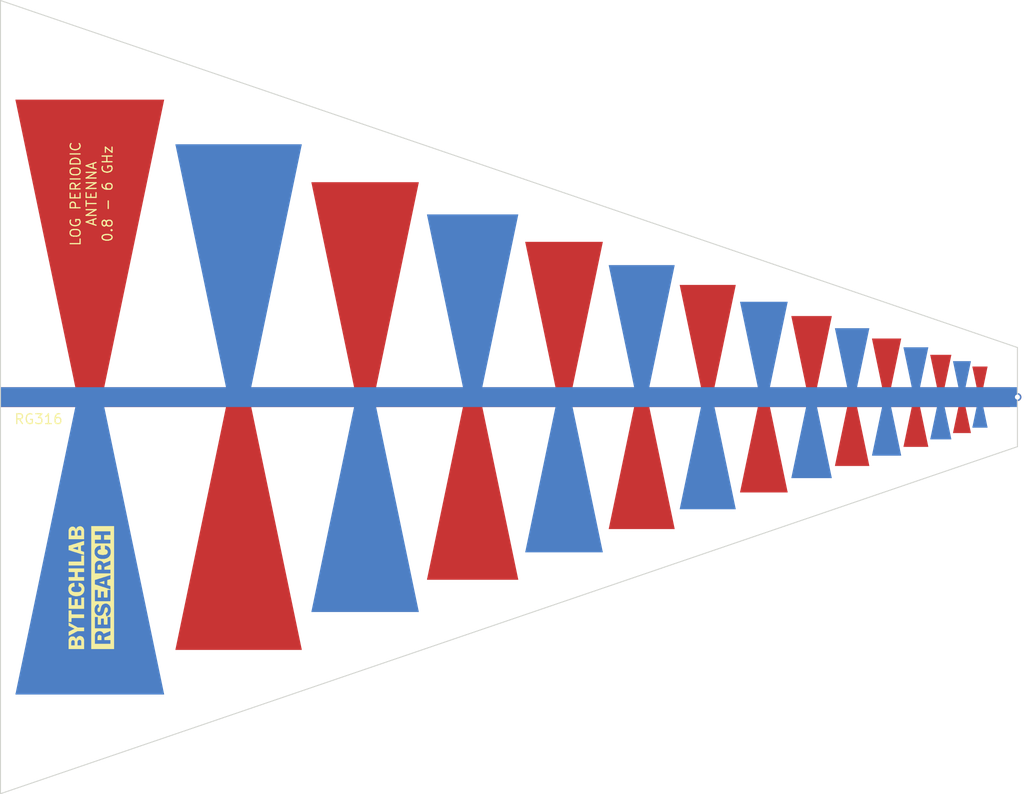
<source format=kicad_pcb>
(kicad_pcb (version 20241229) (generator "pcbnew") (generator_version "9.0")
  (layers (0 "F.Cu" signal "Top Layer") (2 "B.Cu" signal "Bottom Layer") (13 "F.Paste" user "Top Paste") (15 "B.Paste" user "Bottom Paste") (5 "F.SilkS" user "Top Overlay") (7 "B.SilkS" user "Bottom Overlay") (1 "F.Mask" user "Top Solder") (3 "B.Mask" user "Bottom Solder") (25 "Edge.Cuts" user))
  (property "AUTHOR" "Andrzej Laczewski")
  (property "PROJECT_NAME" "PCB Log Periodic Antenna (0.8-6 GHz)")
  (net 0 "")
  (footprint "MountingHole:MountingHole_3.2mm_M3" (layer "F.Cu") (at 219 186 90)
    (property "Reference" "REF**" (hide yes))
    (property "Value" "MountingHole_3.2mm_M3" (hide yes))
    (pad "" np_thru_hole circle (at 0 0 90) (size 3.2 3.2) (drill 3.2) (layers "*.Cu" "*.Mask"))
  )
  (footprint "MountingHole:MountingHole_3.2mm_M3" (layer "F.Cu") (at 119.5 220 90)
    (property "Reference" "REF**" (hide yes))
    (property "Value" "MountingHole_3.2mm_M3" (hide yes))
    (pad "" np_thru_hole circle (at 0 0 90) (size 3.2 3.2) (drill 3.2) (layers "*.Cu" "*.Mask"))
  )
  (footprint "MountingHole:MountingHole_3.2mm_M3" (layer "F.Cu") (at 317.75 152.5 90)
    (property "Reference" "REF**" (hide yes))
    (property "Value" "MountingHole_3.2mm_M3" (hide yes))
    (pad "" np_thru_hole circle (at 0 0 90) (size 3.2 3.2) (drill 3.2) (layers "*.Cu" "*.Mask"))
  )
  (footprint "MountingHole:MountingHole_3.2mm_M3" (layer "F.Cu") (at 119.5 69.5 90)
    (property "Reference" "REF**" (hide yes))
    (property "Value" "MountingHole_3.2mm_M3" (hide yes))
    (pad "" np_thru_hole circle (at 0 0 90) (size 3.2 3.2) (drill 3.2) (layers "*.Cu" "*.Mask"))
  )
  (footprint "MountingHole:MountingHole_3.2mm_M3" (layer "F.Cu") (at 219 103.5 90)
    (property "Reference" "REF**" (hide yes))
    (property "Value" "MountingHole_3.2mm_M3" (hide yes))
    (pad "" np_thru_hole circle (at 0 0 90) (size 3.2 3.2) (drill 3.2) (layers "*.Cu" "*.Mask"))
  )
  (footprint "MountingHole:MountingHole_3.2mm_M3" (layer "F.Cu") (at 317.75 137 90)
    (property "Reference" "REF**" (hide yes))
    (property "Value" "MountingHole_3.2mm_M3" (hide yes))
    (pad "" np_thru_hole circle (at 0 0 90) (size 3.2 3.2) (drill 3.2) (layers "*.Cu" "*.Mask"))
  )
  (gr_poly (pts (xy 227.960401 142.75) (xy 221.85199 113.429625) (xy 237.512177 113.429625) (xy 231.403766 142.75) (xy 257.29389 142.75) (xy 252.996188 122.121029) (xy 264.310673 122.121029) (xy 260.012971 142.75) (xy 278.487336 142.75) (xy 275.497871 128.400568) (xy 283.672587 128.400568) (xy 280.683122 142.75) (xy 293.7996 142.75) (xy 291.755337 132.937536) (xy 297.661569 132.937536) (xy 295.617305 142.75) (xy 304.862711 142.75) (xy 303.501356 136.215495) (xy 307.768609 136.215495) (xy 306.407253 142.75) (xy 312.855809 142.75) (xy 311.987855 138.58382) (xy 315.070945 138.58382) (xy 314.202991 142.75) (xy 319.583334 142.75) (xy 319.583334 146.75) (xy 310.621165 146.75) (xy 311.715817 152.00433) (xy 308.088653 152.00433) (xy 309.183305 146.75) (xy 301.44971 146.75) (xy 303.124834 154.790595) (xy 298.104536 154.790595) (xy 299.77966 146.75) (xy 288.755653 146.75) (xy 291.234199 158.647017) (xy 284.28569 158.647017) (xy 286.764235 146.75) (xy 271.186025 146.75) (xy 274.776572 163.984625) (xy 265.15926 163.984625) (xy 268.749807 146.75) (xy 246.868201 146.75) (xy 251.997851 171.372319) (xy 238.686691 171.372319) (xy 243.816341 146.75) (xy 213.210313 146.75) (xy 220.470209 181.5975) (xy 202.046459 181.5975) (xy 209.306355 146.75) (xy 166.625 146.75) (xy 176.833334 195.75) (xy 151.333334 195.75) (xy 161.541667 146.75) (xy 116.083334 146.75) (xy 116.083334 142.75) (xy 131.166667 142.75) (xy 119.083334 84.75) (xy 149.083334 84.75) (xy 137 142.75) (xy 187.360417 142.75) (xy 178.745834 101.4) (xy 200.420834 101.4) (xy 191.80625 142.75)) (fill yes) (layer "F.Cu"))
  (gr_poly (pts (xy 311.987855 150.91618) (xy 315.070945 150.91618) (xy 314.202991 146.75) (xy 321.083334 146.75) (xy 321.083334 145.204833) (xy 320.991686 145.197662) (xy 320.903219 145.172317) (xy 320.862399 145.153713) (xy 320.805476 145.11872) (xy 320.754116 145.075443) (xy 320.723186 145.042054) (xy 320.653317 144.928866) (xy 320.625878 144.841306) (xy 320.616593 144.75) (xy 320.625953 144.658877) (xy 320.653296 144.571425) (xy 320.672722 144.531386) (xy 320.709343 144.474998) (xy 320.754101 144.424542) (xy 320.79225 144.391316) (xy 320.903632 144.327378) (xy 320.991919 144.30232) (xy 321.083334 144.295269) (xy 321.083334 142.75) (xy 310.621166 142.75) (xy 311.715818 137.49567) (xy 308.088653 137.49567) (xy 309.183305 142.75) (xy 301.44971 142.75) (xy 303.124834 134.709405) (xy 298.104537 134.709405) (xy 299.77966 142.75) (xy 288.755654 142.75) (xy 291.234199 130.852983) (xy 284.285691 130.852983) (xy 286.764236 142.75) (xy 271.186026 142.75) (xy 274.776573 125.515375) (xy 265.15926 125.515375) (xy 268.749807 142.75) (xy 246.868201 142.75) (xy 251.997851 118.127681) (xy 238.686692 118.127681) (xy 243.816342 142.75) (xy 213.210313 142.75) (xy 220.470209 107.9025) (xy 202.046459 107.9025) (xy 209.306355 142.75) (xy 166.625001 142.75) (xy 176.833334 93.75) (xy 151.333334 93.75) (xy 161.541667 142.75) (xy 116.083334 142.75) (xy 116.083334 146.75) (xy 131.166667 146.75) (xy 119.083334 204.75) (xy 149.083334 204.75) (xy 137.000001 146.75) (xy 187.360417 146.75) (xy 178.745834 188.1) (xy 200.420834 188.1) (xy 191.806251 146.75) (xy 227.960402 146.75) (xy 221.85199 176.070375) (xy 237.512178 176.070375) (xy 231.403766 146.75) (xy 257.29389 146.75) (xy 252.996188 167.378971) (xy 264.310674 167.378971) (xy 260.012971 146.75) (xy 278.487336 146.75) (xy 275.497871 161.099432) (xy 283.672587 161.099432) (xy 280.683122 146.75) (xy 293.7996 146.75) (xy 291.755337 156.562464) (xy 297.661569 156.562464) (xy 295.617306 146.75) (xy 304.862712 146.75) (xy 303.501356 153.284505) (xy 307.768609 153.284505) (xy 306.407254 146.75) (xy 312.855809 146.75)) (fill yes) (layer "B.Cu"))
  (gr_poly (pts (xy 136.652 182.375) (xy 136.546 182.375) (xy 136.546 182.322) (xy 136.334 182.322) (xy 136.334 182.269) (xy 136.175 182.269) (xy 136.175 182.216) (xy 136.016 182.216) (xy 136.016 182.11) (xy 136.175 182.11) (xy 136.175 182.057) (xy 136.334 182.057) (xy 136.334 182.004) (xy 136.546 182.004) (xy 136.546 181.951) (xy 136.705 181.951) (xy 136.705 181.898) (xy 136.864 181.898) (xy 136.864 181.845) (xy 137.023 181.845) (xy 137.023 182.481) (xy 136.864 182.481) (xy 136.864 182.428) (xy 136.705 182.428) (xy 136.705 182.375)) (fill yes) (layer "F.SilkS"))
  (gr_poly (pts (xy 129.815 192.922) (xy 129.815 192.074) (xy 129.868 192.074) (xy 129.868 192.021) (xy 129.974 192.021) (xy 129.974 191.968) (xy 130.08 191.968) (xy 130.08 191.915) (xy 130.186 191.915) (xy 130.186 191.862) (xy 130.292 191.862) (xy 130.292 191.809) (xy 130.398 191.809) (xy 130.398 191.756) (xy 130.504 191.756) (xy 130.504 191.703) (xy 130.61 191.703) (xy 130.61 191.65) (xy 130.716 191.65) (xy 130.716 191.597) (xy 130.822 191.597) (xy 130.822 191.544) (xy 130.928 191.544) (xy 130.928 191.491) (xy 130.981 191.491) (xy 130.981 191.438) (xy 130.875 191.438) (xy 130.875 191.385) (xy 130.769 191.385) (xy 130.769 191.332) (xy 130.663 191.332) (xy 130.663 191.279) (xy 130.557 191.279) (xy 130.557 191.226) (xy 130.451 191.226) (xy 130.451 191.173) (xy 130.345 191.173) (xy 130.345 191.12) (xy 130.239 191.12) (xy 130.239 191.067) (xy 130.133 191.067) (xy 130.133 191.014) (xy 130.027 191.014) (xy 130.027 190.961) (xy 129.921 190.961) (xy 129.921 190.908) (xy 129.815 190.908) (xy 129.815 190.219) (xy 129.868 190.219) (xy 129.868 190.272) (xy 129.974 190.272) (xy 129.974 190.325) (xy 130.08 190.325) (xy 130.08 190.378) (xy 130.186 190.378) (xy 130.186 190.431) (xy 130.239 190.431) (xy 130.239 190.484) (xy 130.345 190.484) (xy 130.345 190.537) (xy 130.451 190.537) (xy 130.451 190.59) (xy 130.557 190.59) (xy 130.557 190.643) (xy 130.663 190.643) (xy 130.663 190.696) (xy 130.769 190.696) (xy 130.769 190.749) (xy 130.822 190.749) (xy 130.822 190.802) (xy 130.928 190.802) (xy 130.928 190.855) (xy 131.034 190.855) (xy 131.034 190.908) (xy 131.14 190.908) (xy 131.14 190.961) (xy 131.246 190.961) (xy 131.246 191.014) (xy 131.352 191.014) (xy 131.352 191.067) (xy 131.405 191.067) (xy 131.405 191.12) (xy 131.511 191.12) (xy 131.511 191.173) (xy 131.617 191.173) (xy 131.617 191.226) (xy 132.942 191.226) (xy 132.942 191.968) (xy 131.564 191.968) (xy 131.564 192.021) (xy 131.458 192.021) (xy 131.458 192.074) (xy 131.352 192.074) (xy 131.352 192.127) (xy 131.246 192.127) (xy 131.246 192.18) (xy 131.14 192.18) (xy 131.14 192.233) (xy 131.034 192.233) (xy 131.034 192.286) (xy 130.981 192.286) (xy 130.981 192.339) (xy 130.875 192.339) (xy 130.875 192.392) (xy 130.769 192.392) (xy 130.769 192.445) (xy 130.663 192.445) (xy 130.663 192.498) (xy 130.557 192.498) (xy 130.557 192.551) (xy 130.451 192.551) (xy 130.451 192.604) (xy 130.345 192.604) (xy 130.345 192.657) (xy 130.292 192.657) (xy 130.292 192.71) (xy 130.186 192.71) (xy 130.186 192.763) (xy 130.08 192.763) (xy 130.08 192.816) (xy 129.974 192.816) (xy 129.974 192.869) (xy 129.868 192.869) (xy 129.868 192.922)) (fill yes) (layer "F.SilkS"))
  (gr_poly (pts (xy 129.815 183.011) (xy 129.815 182.958) (xy 129.868 182.958) (xy 129.868 182.799) (xy 129.921 182.799) (xy 129.921 182.746) (xy 129.974 182.746) (xy 129.974 182.64) (xy 130.027 182.64) (xy 130.027 182.587) (xy 130.08 182.587) (xy 130.08 182.534) (xy 130.133 182.534) (xy 130.133 182.481) (xy 130.239 182.481) (xy 130.239 182.428) (xy 130.292 182.428) (xy 130.292 182.375) (xy 130.398 182.375) (xy 130.398 182.322) (xy 130.557 182.322) (xy 130.557 182.269) (xy 130.769 182.269) (xy 130.769 182.216) (xy 130.981 182.216) (xy 130.981 182.693) (xy 131.034 182.693) (xy 131.034 182.958) (xy 130.981 182.958) (xy 130.981 183.011) (xy 130.663 183.011) (xy 130.663 183.064) (xy 130.557 183.064) (xy 130.557 183.117) (xy 130.504 183.117) (xy 130.504 183.17) (xy 130.451 183.17) (xy 130.451 183.223) (xy 130.398 183.223) (xy 130.398 183.382) (xy 130.345 183.382) (xy 130.345 183.647) (xy 130.398 183.647) (xy 130.398 183.753) (xy 130.451 183.753) (xy 130.451 183.859) (xy 130.557 183.859) (xy 130.557 183.912) (xy 130.61 183.912) (xy 130.61 183.965) (xy 130.716 183.965) (xy 130.716 184.018) (xy 130.928 184.018) (xy 130.928 184.071) (xy 131.882 184.071) (xy 131.882 184.018) (xy 132.094 184.018) (xy 132.094 183.965) (xy 132.2 183.965) (xy 132.2 183.912) (xy 132.253 183.912) (xy 132.253 183.859) (xy 132.306 183.859) (xy 132.306 183.753) (xy 132.359 183.753) (xy 132.359 183.647) (xy 132.412 183.647) (xy 132.412 183.329) (xy 132.359 183.329) (xy 132.359 183.223) (xy 132.306 183.223) (xy 132.306 183.117) (xy 132.253 183.117) (xy 132.253 183.064) (xy 132.147 183.064) (xy 132.147 183.011) (xy 132.041 183.011) (xy 132.041 182.958) (xy 131.829 182.958) (xy 131.829 182.216) (xy 132.041 182.216) (xy 132.041 182.269) (xy 132.253 182.269) (xy 132.253 182.322) (xy 132.359 182.322) (xy 132.359 182.375) (xy 132.465 182.375) (xy 132.465 182.428) (xy 132.518 182.428) (xy 132.518 182.481) (xy 132.624 182.481) (xy 132.624 182.534) (xy 132.677 182.534) (xy 132.677 182.587) (xy 132.73 182.587) (xy 132.73 182.693) (xy 132.783 182.693) (xy 132.783 182.746) (xy 132.836 182.746) (xy 132.836 182.852) (xy 132.889 182.852) (xy 132.889 182.958) (xy 132.942 182.958) (xy 132.942 183.117) (xy 132.995 183.117) (xy 132.995 183.859) (xy 132.942 183.859) (xy 132.942 184.018) (xy 132.889 184.018) (xy 132.889 184.177) (xy 132.836 184.177) (xy 132.836 184.23) (xy 132.783 184.23) (xy 132.783 184.336) (xy 132.73 184.336) (xy 132.73 184.389) (xy 132.677 184.389) (xy 132.677 184.442) (xy 132.624 184.442) (xy 132.624 184.495) (xy 132.571 184.495) (xy 132.571 184.548) (xy 132.518 184.548) (xy 132.518 184.601) (xy 132.412 184.601) (xy 132.412 184.654) (xy 132.359 184.654) (xy 132.359 184.707) (xy 132.253 184.707) (xy 132.253 184.76) (xy 132.147 184.76) (xy 132.147 184.813) (xy 131.988 184.813) (xy 131.988 184.866) (xy 131.67 184.866) (xy 131.67 184.919) (xy 131.087 184.919) (xy 131.087 184.866) (xy 130.822 184.866) (xy 130.822 184.813) (xy 130.663 184.813) (xy 130.663 184.76) (xy 130.504 184.76) (xy 130.504 184.707) (xy 130.451 184.707) (xy 130.451 184.654) (xy 130.345 184.654) (xy 130.345 184.601) (xy 130.239 184.601) (xy 130.239 184.548) (xy 130.186 184.548) (xy 130.186 184.495) (xy 130.133 184.495) (xy 130.133 184.442) (xy 130.08 184.442) (xy 130.08 184.389) (xy 130.027 184.389) (xy 130.027 184.336) (xy 129.974 184.336) (xy 129.974 184.23) (xy 129.921 184.23) (xy 129.921 184.124) (xy 129.868 184.124) (xy 129.868 184.018) (xy 129.815 184.018) (xy 129.815 183.859) (xy 129.762 183.859) (xy 129.762 183.117) (xy 129.815 183.117) (xy 129.815 183.064)) (fill yes) (layer "F.SilkS"))
  (gr_poly (pts (xy 129.868 193.611) (xy 129.868 193.505) (xy 129.921 193.505) (xy 129.921 193.399) (xy 129.974 193.399) (xy 129.974 193.293) (xy 130.027 193.293) (xy 130.027 193.24) (xy 130.08 193.24) (xy 130.08 193.187) (xy 130.133 193.187) (xy 130.133 193.134) (xy 130.239 193.134) (xy 130.239 193.081) (xy 130.345 193.081) (xy 130.345 193.028) (xy 130.875 193.028) (xy 130.875 193.081) (xy 130.981 193.081) (xy 130.981 193.134) (xy 131.034 193.134) (xy 131.034 193.187) (xy 131.087 193.187) (xy 131.087 193.24) (xy 131.14 193.24) (xy 131.14 193.293) (xy 131.193 193.293) (xy 131.193 193.346) (xy 131.246 193.346) (xy 131.246 193.452) (xy 131.299 193.452) (xy 131.299 193.558) (xy 131.352 193.558) (xy 131.352 193.399) (xy 131.405 193.399) (xy 131.405 193.293) (xy 131.458 193.293) (xy 131.458 193.24) (xy 131.511 193.24) (xy 131.511 193.187) (xy 131.564 193.187) (xy 131.564 193.134) (xy 131.617 193.134) (xy 131.617 193.081) (xy 131.67 193.081) (xy 131.67 193.028) (xy 131.776 193.028) (xy 131.776 192.975) (xy 131.935 192.975) (xy 131.935 192.922) (xy 132.253 192.922) (xy 132.253 192.975) (xy 132.412 192.975) (xy 132.412 193.028) (xy 132.518 193.028) (xy 132.518 193.081) (xy 132.624 193.081) (xy 132.624 193.134) (xy 132.677 193.134) (xy 132.677 193.187) (xy 132.73 193.187) (xy 132.73 193.24) (xy 132.783 193.24) (xy 132.783 193.346) (xy 132.836 193.346) (xy 132.836 193.452) (xy 132.889 193.452) (xy 132.889 193.611) (xy 132.942 193.611) (xy 132.942 195.572) (xy 132.359 195.572) (xy 132.359 194.83) (xy 132.359 193.929) (xy 132.306 193.929) (xy 132.306 193.823) (xy 132.253 193.823) (xy 132.253 193.77) (xy 132.147 193.77) (xy 132.147 193.717) (xy 131.829 193.717) (xy 131.829 193.77) (xy 131.776 193.77) (xy 131.776 193.823) (xy 131.723 193.823) (xy 131.723 193.876) (xy 131.67 193.876) (xy 131.67 193.982) (xy 131.617 193.982) (xy 131.617 194.83) (xy 132.359 194.83) (xy 132.359 195.572) (xy 131.034 195.572) (xy 131.034 194.83) (xy 131.034 193.982) (xy 130.981 193.982) (xy 130.981 193.876) (xy 130.928 193.876) (xy 130.928 193.823) (xy 130.769 193.823) (xy 130.769 193.77) (xy 130.61 193.77) (xy 130.61 193.823) (xy 130.504 193.823) (xy 130.504 193.876) (xy 130.451 193.876) (xy 130.451 193.929) (xy 130.398 193.929) (xy 130.398 194.035) (xy 130.345 194.035) (xy 130.345 194.83) (xy 131.034 194.83) (xy 131.034 195.572) (xy 129.815 195.572) (xy 129.815 193.611)) (fill yes) (layer "F.SilkS"))
  (gr_poly (pts (xy 129.868 171.51) (xy 129.868 171.351) (xy 129.921 171.351) (xy 129.921 171.245) (xy 129.974 171.245) (xy 129.974 171.192) (xy 130.027 171.192) (xy 130.027 171.086) (xy 130.133 171.086) (xy 130.133 171.033) (xy 130.186 171.033) (xy 130.186 170.98) (xy 130.239 170.98) (xy 130.239 170.927) (xy 130.398 170.927) (xy 130.398 170.874) (xy 130.822 170.874) (xy 130.822 170.927) (xy 130.928 170.927) (xy 130.928 170.98) (xy 131.034 170.98) (xy 131.034 171.033) (xy 131.087 171.033) (xy 131.087 171.086) (xy 131.14 171.086) (xy 131.14 171.139) (xy 131.193 171.139) (xy 131.193 171.245) (xy 131.246 171.245) (xy 131.246 171.351) (xy 131.299 171.351) (xy 131.299 171.404) (xy 131.352 171.404) (xy 131.352 171.245) (xy 131.405 171.245) (xy 131.405 171.139) (xy 131.458 171.139) (xy 131.458 171.086) (xy 131.511 171.086) (xy 131.511 171.033) (xy 131.564 171.033) (xy 131.564 170.98) (xy 131.617 170.98) (xy 131.617 170.927) (xy 131.67 170.927) (xy 131.67 170.874) (xy 131.829 170.874) (xy 131.829 170.821) (xy 132.041 170.821) (xy 132.041 170.768) (xy 132.2 170.768) (xy 132.2 170.821) (xy 132.412 170.821) (xy 132.412 170.874) (xy 132.518 170.874) (xy 132.518 170.927) (xy 132.571 170.927) (xy 132.571 170.98) (xy 132.677 170.98) (xy 132.677 171.033) (xy 132.73 171.033) (xy 132.73 171.139) (xy 132.783 171.139) (xy 132.783 171.192) (xy 132.836 171.192) (xy 132.836 171.298) (xy 132.889 171.298) (xy 132.889 171.457) (xy 132.942 171.457) (xy 132.942 173.418) (xy 132.359 173.418) (xy 132.359 172.676) (xy 132.359 171.775) (xy 132.306 171.775) (xy 132.306 171.669) (xy 132.253 171.669) (xy 132.253 171.616) (xy 132.147 171.616) (xy 132.147 171.563) (xy 131.882 171.563) (xy 131.882 171.616) (xy 131.776 171.616) (xy 131.776 171.669) (xy 131.723 171.669) (xy 131.723 171.722) (xy 131.67 171.722) (xy 131.67 171.828) (xy 131.617 171.828) (xy 131.617 172.676) (xy 132.359 172.676) (xy 132.359 173.418) (xy 130.61 173.418) (xy 130.61 172.676) (xy 130.663 172.676) (xy 131.034 172.676) (xy 131.034 171.828) (xy 130.981 171.828) (xy 130.981 171.722) (xy 130.875 171.722) (xy 130.875 171.669) (xy 130.716 171.669) (xy 130.716 171.616) (xy 130.663 171.616) (xy 130.663 171.669) (xy 130.504 171.669) (xy 130.504 171.722) (xy 130.451 171.722) (xy 130.451 171.775) (xy 130.398 171.775) (xy 130.398 171.881) (xy 130.345 171.881) (xy 130.345 172.676) (xy 130.61 172.676) (xy 130.61 173.418) (xy 129.815 173.418) (xy 129.815 171.51)) (fill yes) (layer "F.SilkS"))
  (gr_poly (pts (xy 131.299 178.718) (xy 129.815 178.718) (xy 129.815 177.923) (xy 132.359 177.923) (xy 132.359 176.704) (xy 132.942 176.704) (xy 132.942 178.718) (xy 131.352 178.718)) (fill yes) (layer "F.SilkS"))
  (gr_poly (pts (xy 138.984 170.768) (xy 138.984 195.572) (xy 135.963 195.572) (xy 135.963 194.512) (xy 136.016 194.512) (xy 138.242 194.512) (xy 138.242 193.77) (xy 137.023 193.77) (xy 137.023 193.24) (xy 137.076 193.24) (xy 137.076 193.187) (xy 137.182 193.187) (xy 137.182 193.134) (xy 137.341 193.134) (xy 137.341 193.081) (xy 137.447 193.081) (xy 137.447 193.028) (xy 137.606 193.028) (xy 137.606 192.975) (xy 137.765 192.975) (xy 137.765 192.922) (xy 137.871 192.922) (xy 137.871 192.869) (xy 138.03 192.869) (xy 138.03 192.816) (xy 138.136 192.816) (xy 138.136 192.763) (xy 138.242 192.763) (xy 138.242 191.968) (xy 138.242 191.385) (xy 138.242 189.106) (xy 137.659 189.106) (xy 137.659 190.59) (xy 137.606 190.59) (xy 137.606 190.643) (xy 137.447 190.643) (xy 137.447 189) (xy 137.5 189) (xy 137.5 188.947) (xy 137.659 188.947) (xy 137.659 188.894) (xy 137.765 188.894) (xy 137.765 188.841) (xy 137.818 188.841) (xy 137.818 188.788) (xy 137.924 188.788) (xy 137.924 188.735) (xy 137.977 188.735) (xy 137.977 188.682) (xy 138.03 188.682) (xy 138.03 188.576) (xy 138.083 188.576) (xy 138.083 188.523) (xy 138.136 188.523) (xy 138.136 188.417) (xy 138.189 188.417) (xy 138.189 188.258) (xy 138.242 188.258) (xy 138.242 188.099) (xy 138.295 188.099) (xy 138.295 187.304) (xy 138.242 187.304) (xy 138.242 187.092) (xy 138.242 185.926) (xy 138.242 183.647) (xy 138.03 183.647) (xy 138.03 183.488) (xy 138.242 183.488) (xy 138.242 182.852) (xy 138.083 182.852) (xy 138.083 182.799) (xy 137.924 182.799) (xy 137.924 182.746) (xy 137.765 182.746) (xy 137.765 182.693) (xy 137.606 182.693) (xy 137.606 181.633) (xy 137.765 181.633) (xy 137.765 181.58) (xy 137.924 181.58) (xy 137.924 181.527) (xy 138.136 181.527) (xy 138.136 181.474) (xy 138.242 181.474) (xy 138.242 180.679) (xy 138.242 180.308) (xy 138.242 179.566) (xy 137.023 179.566) (xy 137.023 179.036) (xy 137.076 179.036) (xy 137.076 178.983) (xy 137.235 178.983) (xy 137.235 178.93) (xy 137.341 178.93) (xy 137.341 178.877) (xy 137.5 178.877) (xy 137.5 178.824) (xy 137.659 178.824) (xy 137.659 178.771) (xy 137.765 178.771) (xy 137.765 178.718) (xy 137.924 178.718) (xy 137.924 178.665) (xy 138.03 178.665) (xy 138.03 178.612) (xy 138.189 178.612) (xy 138.189 178.559) (xy 138.242 178.559) (xy 138.242 177.764) (xy 138.136 177.764) (xy 138.136 177.817) (xy 137.977 177.817) (xy 137.977 177.87) (xy 137.871 177.87) (xy 137.871 177.923) (xy 137.765 177.923) (xy 137.765 177.976) (xy 137.606 177.976) (xy 137.606 178.029) (xy 137.5 178.029) (xy 137.5 178.082) (xy 137.341 178.082) (xy 137.341 178.135) (xy 137.288 178.135) (xy 137.235 178.135) (xy 137.235 178.188) (xy 137.129 178.188) (xy 137.129 178.241) (xy 136.97 178.241) (xy 136.97 178.294) (xy 136.811 178.294) (xy 136.811 178.188) (xy 136.758 178.188) (xy 136.758 178.082) (xy 136.705 178.082) (xy 136.705 178.029) (xy 136.652 178.029) (xy 136.652 177.976) (xy 136.599 177.976) (xy 136.599 177.923) (xy 136.493 177.923) (xy 136.493 177.87) (xy 136.44 177.87) (xy 136.44 177.817) (xy 136.228 177.817) (xy 136.228 177.764) (xy 136.228 177.393) (xy 137.129 177.393) (xy 137.129 177.34) (xy 137.341 177.34) (xy 137.341 177.287) (xy 137.5 177.287) (xy 137.5 177.234) (xy 137.606 177.234) (xy 137.606 177.181) (xy 137.712 177.181) (xy 137.712 177.128) (xy 137.765 177.128) (xy 137.765 177.075) (xy 137.818 177.075) (xy 137.818 177.022) (xy 137.924 177.022) (xy 137.924 176.969) (xy 137.977 176.969) (xy 137.977 176.863) (xy 138.03 176.863) (xy 138.03 176.81) (xy 138.083 176.81) (xy 138.083 176.757) (xy 138.136 176.757) (xy 138.136 176.651) (xy 138.189 176.651) (xy 138.189 176.545) (xy 138.242 176.545) (xy 138.242 176.333) (xy 138.295 176.333) (xy 138.295 175.644) (xy 138.242 175.644) (xy 138.242 175.485) (xy 138.242 174.266) (xy 138.242 173.524) (xy 136.97 173.524) (xy 136.97 172.57) (xy 138.242 172.57) (xy 138.242 171.828) (xy 135.115 171.828) (xy 135.115 172.57) (xy 136.334 172.57) (xy 136.334 173.524) (xy 135.115 173.524) (xy 135.115 174.266) (xy 138.242 174.266) (xy 138.242 175.485) (xy 138.189 175.485) (xy 138.189 175.326) (xy 138.136 175.326) (xy 138.136 175.273) (xy 138.083 175.273) (xy 138.083 175.167) (xy 138.03 175.167) (xy 138.03 175.114) (xy 137.977 175.114) (xy 137.977 175.061) (xy 137.924 175.061) (xy 137.924 175.008) (xy 137.871 175.008) (xy 137.871 174.955) (xy 137.818 174.955) (xy 137.818 174.902) (xy 137.712 174.902) (xy 137.712 174.849) (xy 137.606 174.849) (xy 137.606 174.796) (xy 137.447 174.796) (xy 137.447 174.743) (xy 137.235 174.743) (xy 137.235 174.69) (xy 137.182 174.69) (xy 137.182 174.743) (xy 137.129 174.743) (xy 137.129 175.432) (xy 137.235 175.432) (xy 137.235 175.485) (xy 137.394 175.485) (xy 137.394 175.538) (xy 137.5 175.538) (xy 137.5 175.591) (xy 137.553 175.591) (xy 137.553 175.644) (xy 137.606 175.644) (xy 137.606 175.697) (xy 137.659 175.697) (xy 137.659 175.856) (xy 137.712 175.856) (xy 137.712 176.121) (xy 137.659 176.121) (xy 137.659 176.28) (xy 137.606 176.28) (xy 137.606 176.333) (xy 137.553 176.333) (xy 137.553 176.386) (xy 137.5 176.386) (xy 137.5 176.439) (xy 137.447 176.439) (xy 137.447 176.492) (xy 137.288 176.492) (xy 137.288 176.545) (xy 136.97 176.545) (xy 136.97 176.598) (xy 136.44 176.598) (xy 136.44 176.545) (xy 136.122 176.545) (xy 136.122 176.492) (xy 135.963 176.492) (xy 135.963 176.439) (xy 135.857 176.439) (xy 135.857 176.386) (xy 135.804 176.386) (xy 135.804 176.333) (xy 135.751 176.333) (xy 135.751 176.28) (xy 135.698 176.28) (xy 135.698 176.174) (xy 135.645 176.174) (xy 135.645 175.856) (xy 135.698 175.856) (xy 135.698 175.75) (xy 135.751 175.75) (xy 135.751 175.644) (xy 135.804 175.644) (xy 135.804 175.591) (xy 135.91 175.591) (xy 135.91 175.538) (xy 136.069 175.538) (xy 136.069 175.485) (xy 136.334 175.485) (xy 136.334 175.273) (xy 136.281 175.273) (xy 136.281 174.69) (xy 136.175 174.69) (xy 136.175 174.743) (xy 135.91 174.743) (xy 135.91 174.796) (xy 135.751 174.796) (xy 135.751 174.849) (xy 135.645 174.849) (xy 135.645 174.902) (xy 135.539 174.902) (xy 135.539 174.955) (xy 135.486 174.955) (xy 135.486 175.008) (xy 135.433 175.008) (xy 135.433 175.061) (xy 135.38 175.061) (xy 135.38 175.114) (xy 135.327 175.114) (xy 135.327 175.167) (xy 135.274 175.167) (xy 135.274 175.22) (xy 135.221 175.22) (xy 135.221 175.326) (xy 135.168 175.326) (xy 135.168 175.432) (xy 135.115 175.432) (xy 135.115 175.591) (xy 135.062 175.591) (xy 135.062 176.386) (xy 135.115 176.386) (xy 135.115 176.545) (xy 135.168 176.545) (xy 135.168 176.651) (xy 135.221 176.651) (xy 135.221 176.757) (xy 135.274 176.757) (xy 135.274 176.81) (xy 135.327 176.81) (xy 135.327 176.863) (xy 135.38 176.863) (xy 135.38 176.916) (xy 135.433 176.916) (xy 135.433 176.969) (xy 135.486 176.969) (xy 135.486 177.022) (xy 135.539 177.022) (xy 135.539 177.075) (xy 135.592 177.075) (xy 135.592 177.128) (xy 135.698 177.128) (xy 135.698 177.181) (xy 135.751 177.181) (xy 135.751 177.234) (xy 135.857 177.234) (xy 135.857 177.287) (xy 136.016 177.287) (xy 136.016 177.34) (xy 136.228 177.34) (xy 136.228 177.393) (xy 136.228 177.764) (xy 135.857 177.764) (xy 135.857 177.817) (xy 135.645 177.817) (xy 135.645 177.87) (xy 135.539 177.87) (xy 135.539 177.923) (xy 135.486 177.923) (xy 135.486 177.976) (xy 135.38 177.976) (xy 135.38 178.029) (xy 135.327 178.029) (xy 135.327 178.135) (xy 135.274 178.135) (xy 135.274 178.188) (xy 135.221 178.188) (xy 135.221 178.294) (xy 135.168 178.294) (xy 135.168 178.453) (xy 135.115 178.453) (xy 135.115 180.308) (xy 138.242 180.308) (xy 138.242 180.679) (xy 138.136 180.679) (xy 138.136 180.732) (xy 137.977 180.732) (xy 137.977 180.785) (xy 137.765 180.785) (xy 137.765 180.838) (xy 137.606 180.838) (xy 137.606 180.891) (xy 137.447 180.891) (xy 137.447 180.944) (xy 137.288 180.944) (xy 137.288 180.997) (xy 137.129 180.997) (xy 137.129 181.05) (xy 136.917 181.05) (xy 136.917 181.103) (xy 136.758 181.103) (xy 136.758 181.156) (xy 136.599 181.156) (xy 136.599 181.209) (xy 136.44 181.209) (xy 136.44 181.262) (xy 136.281 181.262) (xy 136.281 181.315) (xy 136.069 181.315) (xy 136.069 181.368) (xy 135.91 181.368) (xy 135.91 181.421) (xy 135.751 181.421) (xy 135.751 181.474) (xy 135.592 181.474) (xy 135.592 181.527) (xy 135.433 181.527) (xy 135.433 181.58) (xy 135.221 181.58) (xy 135.221 181.633) (xy 135.115 181.633) (xy 135.115 182.534) (xy 135.221 182.534) (xy 135.221 182.587) (xy 135.38 182.587) (xy 135.38 182.64) (xy 135.592 182.64) (xy 135.592 182.693) (xy 135.751 182.693) (xy 135.751 182.746) (xy 135.91 182.746) (xy 135.91 182.799) (xy 136.069 182.799) (xy 136.069 182.852) (xy 136.228 182.852) (xy 136.228 182.905) (xy 136.387 182.905) (xy 136.387 182.958) (xy 136.546 182.958) (xy 136.546 183.011) (xy 136.705 183.011) (xy 136.705 183.064) (xy 136.917 183.064) (xy 136.917 183.117) (xy 137.076 183.117) (xy 137.076 183.17) (xy 137.235 183.17) (xy 137.235 183.223) (xy 137.394 183.223) (xy 137.394 183.276) (xy 137.553 183.276) (xy 137.553 183.329) (xy 137.712 183.329) (xy 137.712 183.382) (xy 137.871 183.382) (xy 137.871 183.435) (xy 138.03 183.435) (xy 138.03 183.488) (xy 138.03 183.647) (xy 137.659 183.647) (xy 137.659 185.131) (xy 137.606 185.131) (xy 137.606 185.184) (xy 136.97 185.184) (xy 136.97 185.131) (xy 136.917 185.131) (xy 136.917 183.965) (xy 136.334 183.965) (xy 136.334 185.184) (xy 135.698 185.184) (xy 135.698 183.647) (xy 135.115 183.647) (xy 135.115 185.926) (xy 138.242 185.926) (xy 138.242 187.092) (xy 138.189 187.092) (xy 138.189 186.986) (xy 138.136 186.986) (xy 138.136 186.88) (xy 138.083 186.88) (xy 138.083 186.827) (xy 138.03 186.827) (xy 138.03 186.721) (xy 137.977 186.721) (xy 137.977 186.668) (xy 137.871 186.668) (xy 137.871 186.615) (xy 137.818 186.615) (xy 137.818 186.562) (xy 137.765 186.562) (xy 137.765 186.509) (xy 137.659 186.509) (xy 137.659 186.456) (xy 137.5 186.456) (xy 137.5 186.403) (xy 137.076 186.403) (xy 137.076 186.456) (xy 136.917 186.456) (xy 136.917 186.509) (xy 136.811 186.509) (xy 136.811 186.562) (xy 136.705 186.562) (xy 136.705 186.615) (xy 136.652 186.615) (xy 136.652 186.668) (xy 136.599 186.668) (xy 136.599 186.721) (xy 136.546 186.721) (xy 136.546 186.774) (xy 136.493 186.774) (xy 136.493 186.88) (xy 136.44 186.88) (xy 136.44 186.986) (xy 136.387 186.986) (xy 136.387 187.145) (xy 136.334 187.145) (xy 136.334 187.357) (xy 136.281 187.357) (xy 136.281 187.569) (xy 136.228 187.569) (xy 136.228 187.781) (xy 136.175 187.781) (xy 136.175 187.94) (xy 136.122 187.94) (xy 136.122 188.046) (xy 136.016 188.046) (xy 136.016 188.099) (xy 135.804 188.099) (xy 135.804 188.046) (xy 135.698 188.046) (xy 135.698 187.94) (xy 135.645 187.94) (xy 135.645 187.41) (xy 135.698 187.41) (xy 135.698 187.304) (xy 135.751 187.304) (xy 135.751 187.251) (xy 135.804 187.251) (xy 135.804 187.198) (xy 135.91 187.198) (xy 135.91 187.145) (xy 135.963 187.145) (xy 135.963 186.933) (xy 135.91 186.933) (xy 135.91 186.774) (xy 135.857 186.774) (xy 135.857 186.615) (xy 135.804 186.615) (xy 135.804 186.509) (xy 135.698 186.509) (xy 135.698 186.562) (xy 135.592 186.562) (xy 135.592 186.615) (xy 135.539 186.615) (xy 135.486 186.615) (xy 135.486 186.668) (xy 135.433 186.668) (xy 135.433 186.721) (xy 135.38 186.721) (xy 135.38 186.774) (xy 135.327 186.774) (xy 135.327 186.827) (xy 135.274 186.827) (xy 135.274 186.88) (xy 135.221 186.88) (xy 135.221 186.986) (xy 135.168 186.986) (xy 135.168 187.092) (xy 135.115 187.092) (xy 135.115 187.304) (xy 135.062 187.304) (xy 135.062 188.046) (xy 135.115 188.046) (xy 135.115 188.205) (xy 135.168 188.205) (xy 135.168 188.311) (xy 135.221 188.311) (xy 135.221 188.417) (xy 135.274 188.417) (xy 135.274 188.47) (xy 135.327 188.47) (xy 135.327 188.523) (xy 135.38 188.523) (xy 135.38 188.576) (xy 135.433 188.576) (xy 135.433 188.629) (xy 135.486 188.629) (xy 135.486 188.682) (xy 135.539 188.682) (xy 135.539 188.735) (xy 135.645 188.735) (xy 135.645 188.788) (xy 135.857 188.788) (xy 135.857 188.841) (xy 136.228 188.841) (xy 136.228 188.788) (xy 136.44 188.788) (xy 136.44 188.735) (xy 136.546 188.735) (xy 136.546 188.682) (xy 136.599 188.682) (xy 136.599 188.629) (xy 136.652 188.629) (xy 136.652 188.576) (xy 136.705 188.576) (xy 136.705 188.523) (xy 136.758 188.523) (xy 136.758 188.417) (xy 136.811 188.417) (xy 136.811 188.311) (xy 136.864 188.311) (xy 136.864 188.205) (xy 136.917 188.205) (xy 136.917 188.046) (xy 136.97 188.046) (xy 136.97 187.834) (xy 137.023 187.834) (xy 137.023 187.622) (xy 137.076 187.622) (xy 137.076 187.41) (xy 137.129 187.41) (xy 137.129 187.304) (xy 137.182 187.304) (xy 137.182 187.251) (xy 137.235 187.251) (xy 137.235 187.198) (xy 137.288 187.198) (xy 137.288 187.145) (xy 137.447 187.145) (xy 137.447 187.198) (xy 137.553 187.198) (xy 137.553 187.251) (xy 137.606 187.251) (xy 137.606 187.304) (xy 137.659 187.304) (xy 137.659 187.41) (xy 137.712 187.41) (xy 137.712 187.94) (xy 137.659 187.94) (xy 137.659 188.046) (xy 137.606 188.046) (xy 137.606 188.099) (xy 137.553 188.099) (xy 137.553 188.205) (xy 137.447 188.205) (xy 137.447 188.258) (xy 137.341 188.258) (xy 137.341 188.311) (xy 137.288 188.311) (xy 137.288 188.47) (xy 137.341 188.47) (xy 137.341 188.735) (xy 137.394 188.735) (xy 137.394 188.947) (xy 137.447 188.947) (xy 137.447 189) (xy 137.447 190.643) (xy 136.97 190.643) (xy 136.97 190.59) (xy 136.917 190.59) (xy 136.917 189.424) (xy 136.387 189.424) (xy 136.387 189.477) (xy 136.334 189.477) (xy 136.334 190.643) (xy 135.698 190.643) (xy 135.698 189.106) (xy 135.115 189.106) (xy 135.115 191.385) (xy 138.242 191.385) (xy 138.242 191.968) (xy 138.083 191.968) (xy 138.083 192.021) (xy 137.977 192.021) (xy 137.977 192.074) (xy 137.871 192.074) (xy 137.871 192.127) (xy 137.712 192.127) (xy 137.712 192.18) (xy 137.606 192.18) (xy 137.606 192.233) (xy 137.447 192.233) (xy 137.447 192.286) (xy 137.341 192.286) (xy 137.341 192.339) (xy 137.235 192.339) (xy 137.235 192.392) (xy 137.076 192.392) (xy 137.076 192.445) (xy 136.97 192.445) (xy 136.97 192.498) (xy 136.864 192.498) (xy 136.864 192.445) (xy 136.811 192.445) (xy 136.811 192.392) (xy 136.758 192.392) (xy 136.758 192.286) (xy 136.705 192.286) (xy 136.705 192.233) (xy 136.652 192.233) (xy 136.652 192.18) (xy 136.599 192.18) (xy 136.599 192.127) (xy 136.546 192.127) (xy 136.546 192.074) (xy 136.44 192.074) (xy 136.44 192.021) (xy 136.281 192.021) (xy 136.281 191.968) (xy 135.804 191.968) (xy 135.804 192.021) (xy 135.645 192.021) (xy 135.645 192.074) (xy 135.539 192.074) (xy 135.539 192.127) (xy 135.433 192.127) (xy 135.433 192.18) (xy 135.38 192.18) (xy 135.38 192.233) (xy 135.327 192.233) (xy 135.327 192.286) (xy 135.274 192.286) (xy 135.274 192.392) (xy 135.221 192.392) (xy 135.221 192.498) (xy 135.168 192.498) (xy 135.168 192.657) (xy 135.115 192.657) (xy 135.115 194.512) (xy 135.963 194.512) (xy 135.963 195.572) (xy 134.373 195.572) (xy 134.373 170.768)) (fill yes) (layer "F.SilkS"))
  (gr_poly (pts (xy 135.645 178.93) (xy 135.645 178.877) (xy 135.698 178.877) (xy 135.698 178.718) (xy 135.751 178.718) (xy 135.751 178.665) (xy 135.804 178.665) (xy 135.804 178.612) (xy 135.857 178.612) (xy 135.857 178.559) (xy 136.228 178.559) (xy 136.228 178.612) (xy 136.334 178.612) (xy 136.334 178.665) (xy 136.387 178.665) (xy 136.387 178.771) (xy 136.44 178.771) (xy 136.44 179.566) (xy 135.645 179.566) (xy 135.645 178.983)) (fill yes) (layer "F.SilkS"))
  (gr_poly (pts (xy 130.504 189.318) (xy 130.451 189.318) (xy 130.451 189.371) (xy 130.398 189.371) (xy 130.398 190.113) (xy 129.815 190.113) (xy 129.815 187.781) (xy 130.398 187.781) (xy 130.398 188.523) (xy 130.451 188.523) (xy 130.451 188.576) (xy 132.942 188.576) (xy 132.942 189.318) (xy 130.557 189.318)) (fill yes) (layer "F.SilkS"))
  (gr_poly (pts (xy 129.868 174.743) (xy 129.868 174.69) (xy 130.027 174.69) (xy 130.027 174.637) (xy 130.239 174.637) (xy 130.239 174.584) (xy 130.398 174.584) (xy 130.398 174.531) (xy 130.557 174.531) (xy 130.557 174.478) (xy 130.716 174.478) (xy 130.716 174.425) (xy 130.875 174.425) (xy 130.875 174.372) (xy 131.087 174.372) (xy 131.087 174.319) (xy 131.246 174.319) (xy 131.246 174.266) (xy 131.405 174.266) (xy 131.405 174.213) (xy 131.564 174.213) (xy 131.564 174.16) (xy 131.723 174.16) (xy 131.723 174.107) (xy 131.935 174.107) (xy 131.935 174.054) (xy 132.094 174.054) (xy 132.094 174.001) (xy 132.253 174.001) (xy 132.253 173.948) (xy 132.412 173.948) (xy 132.412 173.895) (xy 132.571 173.895) (xy 132.571 173.842) (xy 132.783 173.842) (xy 132.783 173.789) (xy 132.942 173.789) (xy 132.942 174.584) (xy 132.783 174.584) (xy 132.783 174.637) (xy 132.571 174.637) (xy 132.571 174.69) (xy 132.412 174.69) (xy 132.412 174.743) (xy 132.306 174.743) (xy 132.306 175.75) (xy 132.359 175.75) (xy 132.359 175.803) (xy 132.518 175.803) (xy 132.518 175.856) (xy 132.677 175.856) (xy 132.677 175.909) (xy 132.836 175.909) (xy 132.836 175.962) (xy 132.942 175.962) (xy 132.942 176.598) (xy 132.836 176.598) (xy 132.836 176.545) (xy 132.677 176.545) (xy 132.677 176.492) (xy 132.465 176.492) (xy 132.465 176.439) (xy 132.306 176.439) (xy 132.306 176.386) (xy 132.147 176.386) (xy 132.147 176.333) (xy 131.988 176.333) (xy 131.988 176.28) (xy 131.829 176.28) (xy 131.829 176.227) (xy 131.67 176.227) (xy 131.67 176.174) (xy 131.67 175.591) (xy 131.723 175.591) (xy 131.723 174.902) (xy 131.67 174.902) (xy 131.67 174.955) (xy 131.511 174.955) (xy 131.511 175.008) (xy 131.352 175.008) (xy 131.352 175.061) (xy 131.14 175.061) (xy 131.14 175.114) (xy 130.981 175.114) (xy 130.981 175.167) (xy 130.822 175.167) (xy 130.822 175.22) (xy 130.663 175.22) (xy 130.663 175.273) (xy 130.769 175.273) (xy 130.769 175.326) (xy 130.928 175.326) (xy 130.928 175.379) (xy 131.14 175.379) (xy 131.14 175.432) (xy 131.193 175.432) (xy 131.299 175.432) (xy 131.299 175.485) (xy 131.458 175.485) (xy 131.458 175.538) (xy 131.67 175.538) (xy 131.67 175.591) (xy 131.67 176.174) (xy 131.511 176.174) (xy 131.511 176.121) (xy 131.352 176.121) (xy 131.352 176.068) (xy 131.14 176.068) (xy 131.14 176.015) (xy 130.981 176.015) (xy 130.981 175.962) (xy 130.822 175.962) (xy 130.822 175.909) (xy 130.663 175.909) (xy 130.663 175.856) (xy 130.504 175.856) (xy 130.504 175.803) (xy 130.345 175.803) (xy 130.345 175.75) (xy 130.186 175.75) (xy 130.186 175.697) (xy 130.027 175.697) (xy 130.027 175.644) (xy 129.815 175.644) (xy 129.815 174.743)) (fill yes) (layer "F.SilkS"))
  (gr_poly (pts (xy 131.087 187.463) (xy 129.815 187.463) (xy 129.815 185.184) (xy 130.398 185.184) (xy 130.398 186.721) (xy 131.034 186.721) (xy 131.034 185.555) (xy 131.087 185.555) (xy 131.087 185.502) (xy 131.617 185.502) (xy 131.617 185.555) (xy 131.67 185.555) (xy 131.67 186.721) (xy 132.359 186.721) (xy 132.359 185.184) (xy 132.942 185.184) (xy 132.942 187.463) (xy 131.14 187.463)) (fill yes) (layer "F.SilkS"))
  (gr_poly (pts (xy 135.857 192.763) (xy 135.963 192.763) (xy 135.963 192.71) (xy 136.122 192.71) (xy 136.122 192.763) (xy 136.281 192.763) (xy 136.281 192.816) (xy 136.334 192.816) (xy 136.334 192.869) (xy 136.387 192.869) (xy 136.387 192.922) (xy 136.44 192.922) (xy 136.44 193.77) (xy 135.645 193.77) (xy 135.645 193.081) (xy 135.698 193.081) (xy 135.698 192.869) (xy 135.751 192.869) (xy 135.751 192.816) (xy 135.857 192.816)) (fill yes) (layer "F.SilkS"))
  (gr_poly (pts (xy 132.041 180.043) (xy 131.67 180.043) (xy 131.67 181.05) (xy 132.942 181.05) (xy 132.942 181.792) (xy 129.815 181.792) (xy 129.815 181.05) (xy 131.034 181.05) (xy 131.034 180.043) (xy 129.815 180.043) (xy 129.815 179.301) (xy 132.942 179.301) (xy 132.942 180.043) (xy 132.094 180.043)) (fill yes) (layer "F.SilkS"))
  (gr_line (start 116.083334 64.75) (end 116.083334 224.75) (stroke (width 0.2)) (layer "Edge.Cuts"))
  (gr_line (start 321.083334 134.75) (end 116.083334 64.75) (stroke (width 0.2)) (layer "Edge.Cuts"))
  (gr_line (start 321.083334 154.75) (end 321.083334 134.75) (stroke (width 0.2)) (layer "Edge.Cuts"))
  (gr_line (start 116.083334 224.75) (end 321.083334 154.75) (stroke (width 0.2)) (layer "Edge.Cuts"))
  (gr_text_box "RG316" (start 117.375 148.021705) (end 130.125 150.978295) (margins 0 0 0 0) (layer "F.SilkS") (effects (font (size 2 2) (thickness 0.254)) (justify top)) (border no))
  (gr_text_box "LOG PERIODIC ANTENNA\n0.8 - 6 GHz" (start 130.04341 86.25) (end 139.45659 121.25) (margins 0 0 0 0) (angle 90) (layer "F.SilkS") (effects (font (size 2 2) (thickness 0.254)) (justify top)) (border no))
  (via (at 321.083334 144.75) (size 1.6) (drill 1) (layers "F.Cu" "B.Cu") (net 0))
)
</source>
